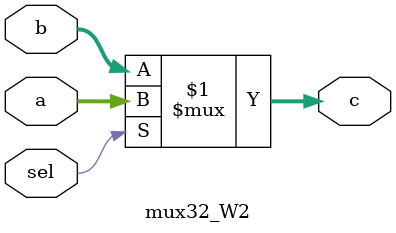
<source format=v>
`timescale 1ns / 1ps
module mux32_W2(
    input [31:0] a,
    input [31:0] b,
    input sel,
    output [31:0] c
    );
	 assign c = (sel)?a:b;
    


endmodule

</source>
